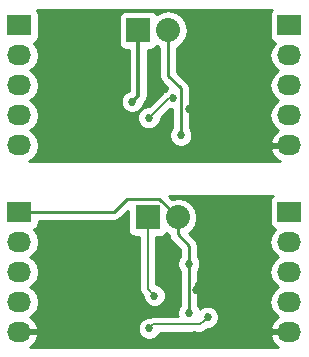
<source format=gbl>
%TF.GenerationSoftware,KiCad,Pcbnew,4.0.4+e1-6308~48~ubuntu16.04.1-stable*%
%TF.CreationDate,2017-01-02T12:50:36-08:00*%
%TF.ProjectId,mpu9250-breakout,6D7075393235302D627265616B6F7574,v1.0*%
%TF.FileFunction,Copper,L2,Bot,Signal*%
%FSLAX46Y46*%
G04 Gerber Fmt 4.6, Leading zero omitted, Abs format (unit mm)*
G04 Created by KiCad (PCBNEW 4.0.4+e1-6308~48~ubuntu16.04.1-stable) date Mon Jan  2 12:50:36 2017*
%MOMM*%
%LPD*%
G01*
G04 APERTURE LIST*
%ADD10C,0.350000*%
%ADD11R,2.032000X1.727200*%
%ADD12O,2.032000X1.727200*%
%ADD13R,2.032000X2.032000*%
%ADD14O,2.032000X2.032000*%
%ADD15C,0.685800*%
%ADD16C,0.254000*%
%ADD17C,0.152400*%
%ADD18C,0.330200*%
%ADD19C,0.330200*%
%ADD20C,0.350000*%
G04 APERTURE END LIST*
D10*
D11*
X132588000Y-93472000D03*
D12*
X132588000Y-96012000D03*
X132588000Y-98552000D03*
X132588000Y-101092000D03*
X132588000Y-103632000D03*
D11*
X155448000Y-93472000D03*
D12*
X155448000Y-96012000D03*
X155448000Y-98552000D03*
X155448000Y-101092000D03*
X155448000Y-103632000D03*
D13*
X142646400Y-93878400D03*
D14*
X145186400Y-93878400D03*
D11*
X155448000Y-109263201D03*
D12*
X155448000Y-111803201D03*
X155448000Y-114343201D03*
X155448000Y-116883201D03*
X155448000Y-119423201D03*
D11*
X132588000Y-109263201D03*
D12*
X132588000Y-111803201D03*
X132588000Y-114343201D03*
X132588000Y-116883201D03*
X132588000Y-119423201D03*
D13*
X143446500Y-109728000D03*
D14*
X145986500Y-109728000D03*
D15*
X146932252Y-113665000D03*
X146932252Y-117812607D03*
X146259493Y-102763651D03*
X148526500Y-118173490D03*
X143573500Y-119126000D03*
X145615170Y-99598913D03*
X143560800Y-101295200D03*
X138557000Y-113030000D03*
X138811000Y-110490000D03*
X148336000Y-112966500D03*
X145445495Y-114252243D03*
X147461324Y-119684821D03*
X147554562Y-115865414D03*
X148590000Y-117094000D03*
X140716000Y-116840000D03*
X144945110Y-98897023D03*
X148234400Y-101904800D03*
X146913600Y-104546400D03*
X140462000Y-102057200D03*
X146964400Y-100584000D03*
X142138400Y-99923600D03*
X144029000Y-116343000D03*
D16*
X146932252Y-112110592D02*
X146932252Y-113665000D01*
X146932252Y-113665000D02*
X146932252Y-117812607D01*
X145986500Y-109728000D02*
X145986500Y-111164840D01*
X145986500Y-111164840D02*
X146932252Y-112110592D01*
X141732000Y-108140500D02*
X144399000Y-108140500D01*
X144399000Y-108140500D02*
X145986500Y-109728000D01*
X140609299Y-109263201D02*
X141732000Y-108140500D01*
X132588000Y-109263201D02*
X140609299Y-109263201D01*
X145186400Y-97739200D02*
X146151600Y-98704400D01*
X146151600Y-98704400D02*
X146253200Y-98806000D01*
X146259493Y-102763651D02*
X146259493Y-98812293D01*
D17*
X146259493Y-98812293D02*
X146151600Y-98704400D01*
D16*
X145186400Y-93878400D02*
X145186400Y-97739200D01*
D17*
X143573500Y-119126000D02*
X143916399Y-118783101D01*
X143916399Y-118783101D02*
X147916889Y-118783101D01*
X148183601Y-118516389D02*
X148526500Y-118173490D01*
X147916889Y-118783101D02*
X148183601Y-118516389D01*
X143560800Y-101295200D02*
X145257087Y-99598913D01*
X145257087Y-99598913D02*
X145615170Y-99598913D01*
X140716000Y-115189000D02*
X138557000Y-113030000D01*
X140716000Y-116840000D02*
X140716000Y-115189000D01*
X140373101Y-112052101D02*
X138811000Y-110490000D01*
X140716000Y-116840000D02*
X140373101Y-116497101D01*
X140373101Y-116497101D02*
X140373101Y-112052101D01*
X148336000Y-114599043D02*
X148336000Y-112966500D01*
X147554562Y-115865414D02*
X147554562Y-115380481D01*
X147554562Y-115380481D02*
X148336000Y-114599043D01*
D18*
X142646400Y-99415600D02*
X142138400Y-99923600D01*
X142646400Y-93878400D02*
X142646400Y-99415600D01*
D17*
X143446500Y-109728000D02*
X143446500Y-115760500D01*
X143446500Y-115760500D02*
X144029000Y-116343000D01*
D16*
G36*
X153835569Y-92356510D02*
X153784560Y-92608400D01*
X153784560Y-94335600D01*
X153828838Y-94570917D01*
X153967910Y-94787041D01*
X154180110Y-94932031D01*
X154221439Y-94940400D01*
X154203585Y-94952330D01*
X153878729Y-95438511D01*
X153764655Y-96012000D01*
X153878729Y-96585489D01*
X154203585Y-97071670D01*
X154518366Y-97282000D01*
X154203585Y-97492330D01*
X153878729Y-97978511D01*
X153764655Y-98552000D01*
X153878729Y-99125489D01*
X154203585Y-99611670D01*
X154518366Y-99822000D01*
X154203585Y-100032330D01*
X153878729Y-100518511D01*
X153764655Y-101092000D01*
X153878729Y-101665489D01*
X154203585Y-102151670D01*
X154513069Y-102358461D01*
X154097268Y-102729964D01*
X153843291Y-103257209D01*
X153840642Y-103272974D01*
X153961783Y-103505000D01*
X155321000Y-103505000D01*
X155321000Y-103485000D01*
X155575000Y-103485000D01*
X155575000Y-103505000D01*
X155595000Y-103505000D01*
X155595000Y-103759000D01*
X155575000Y-103759000D01*
X155575000Y-103779000D01*
X155321000Y-103779000D01*
X155321000Y-103759000D01*
X153961783Y-103759000D01*
X153840642Y-103991026D01*
X153843291Y-104006791D01*
X154097268Y-104534036D01*
X154533680Y-104923954D01*
X154616145Y-104952800D01*
X133441607Y-104952800D01*
X133832415Y-104691670D01*
X134157271Y-104205489D01*
X134271345Y-103632000D01*
X134157271Y-103058511D01*
X133832415Y-102572330D01*
X133517634Y-102362000D01*
X133832415Y-102151670D01*
X134157271Y-101665489D01*
X134271345Y-101092000D01*
X134157271Y-100518511D01*
X133832415Y-100032330D01*
X133517634Y-99822000D01*
X133832415Y-99611670D01*
X134157271Y-99125489D01*
X134271345Y-98552000D01*
X134157271Y-97978511D01*
X133832415Y-97492330D01*
X133517634Y-97282000D01*
X133832415Y-97071670D01*
X134157271Y-96585489D01*
X134271345Y-96012000D01*
X134157271Y-95438511D01*
X133832415Y-94952330D01*
X133818087Y-94942757D01*
X133839317Y-94938762D01*
X134055441Y-94799690D01*
X134200431Y-94587490D01*
X134251440Y-94335600D01*
X134251440Y-92862400D01*
X140982960Y-92862400D01*
X140982960Y-94894400D01*
X141027238Y-95129717D01*
X141166310Y-95345841D01*
X141378510Y-95490831D01*
X141630400Y-95541840D01*
X141846300Y-95541840D01*
X141846300Y-98986204D01*
X141585188Y-99094093D01*
X141309860Y-99368941D01*
X141160670Y-99728230D01*
X141160331Y-100117263D01*
X141308893Y-100476812D01*
X141583741Y-100752140D01*
X141943030Y-100901330D01*
X142332063Y-100901669D01*
X142691612Y-100753107D01*
X142966940Y-100478259D01*
X143116130Y-100118970D01*
X143116166Y-100077346D01*
X143212156Y-99981356D01*
X143385596Y-99721785D01*
X143407499Y-99611670D01*
X143446500Y-99415600D01*
X143446500Y-95541840D01*
X143662400Y-95541840D01*
X143897717Y-95497562D01*
X144113841Y-95358490D01*
X144215598Y-95209563D01*
X144424400Y-95349080D01*
X144424400Y-97739200D01*
X144482404Y-98030805D01*
X144596463Y-98201506D01*
X144647585Y-98278015D01*
X145116457Y-98746887D01*
X145061958Y-98769406D01*
X144786630Y-99044254D01*
X144769337Y-99085900D01*
X144754193Y-99096019D01*
X143532937Y-100317275D01*
X143367137Y-100317131D01*
X143007588Y-100465693D01*
X142732260Y-100740541D01*
X142583070Y-101099830D01*
X142582731Y-101488863D01*
X142731293Y-101848412D01*
X143006141Y-102123740D01*
X143365430Y-102272930D01*
X143754463Y-102273269D01*
X144114012Y-102124707D01*
X144389340Y-101849859D01*
X144538530Y-101490570D01*
X144538676Y-101323112D01*
X145324653Y-100537135D01*
X145419800Y-100576643D01*
X145497493Y-100576711D01*
X145497493Y-102142568D01*
X145430953Y-102208992D01*
X145281763Y-102568281D01*
X145281424Y-102957314D01*
X145429986Y-103316863D01*
X145704834Y-103592191D01*
X146064123Y-103741381D01*
X146453156Y-103741720D01*
X146812705Y-103593158D01*
X147088033Y-103318310D01*
X147237223Y-102959021D01*
X147237562Y-102569988D01*
X147089000Y-102210439D01*
X147021493Y-102142814D01*
X147021493Y-98812293D01*
X146963489Y-98520688D01*
X146798308Y-98273478D01*
X146794536Y-98270957D01*
X146792015Y-98267185D01*
X145948400Y-97423570D01*
X145948400Y-95349080D01*
X146353833Y-95078178D01*
X146711725Y-94542555D01*
X146837400Y-93910745D01*
X146837400Y-93846055D01*
X146711725Y-93214245D01*
X146353833Y-92678622D01*
X145818210Y-92320730D01*
X145186400Y-92195055D01*
X144554590Y-92320730D01*
X144214608Y-92547899D01*
X144126490Y-92410959D01*
X143914290Y-92265969D01*
X143662400Y-92214960D01*
X141630400Y-92214960D01*
X141395083Y-92259238D01*
X141178959Y-92398310D01*
X141033969Y-92610510D01*
X140982960Y-92862400D01*
X134251440Y-92862400D01*
X134251440Y-92608400D01*
X134207162Y-92373083D01*
X134068090Y-92156959D01*
X134059661Y-92151200D01*
X153975851Y-92151200D01*
X153835569Y-92356510D01*
X153835569Y-92356510D01*
G37*
X153835569Y-92356510D02*
X153784560Y-92608400D01*
X153784560Y-94335600D01*
X153828838Y-94570917D01*
X153967910Y-94787041D01*
X154180110Y-94932031D01*
X154221439Y-94940400D01*
X154203585Y-94952330D01*
X153878729Y-95438511D01*
X153764655Y-96012000D01*
X153878729Y-96585489D01*
X154203585Y-97071670D01*
X154518366Y-97282000D01*
X154203585Y-97492330D01*
X153878729Y-97978511D01*
X153764655Y-98552000D01*
X153878729Y-99125489D01*
X154203585Y-99611670D01*
X154518366Y-99822000D01*
X154203585Y-100032330D01*
X153878729Y-100518511D01*
X153764655Y-101092000D01*
X153878729Y-101665489D01*
X154203585Y-102151670D01*
X154513069Y-102358461D01*
X154097268Y-102729964D01*
X153843291Y-103257209D01*
X153840642Y-103272974D01*
X153961783Y-103505000D01*
X155321000Y-103505000D01*
X155321000Y-103485000D01*
X155575000Y-103485000D01*
X155575000Y-103505000D01*
X155595000Y-103505000D01*
X155595000Y-103759000D01*
X155575000Y-103759000D01*
X155575000Y-103779000D01*
X155321000Y-103779000D01*
X155321000Y-103759000D01*
X153961783Y-103759000D01*
X153840642Y-103991026D01*
X153843291Y-104006791D01*
X154097268Y-104534036D01*
X154533680Y-104923954D01*
X154616145Y-104952800D01*
X133441607Y-104952800D01*
X133832415Y-104691670D01*
X134157271Y-104205489D01*
X134271345Y-103632000D01*
X134157271Y-103058511D01*
X133832415Y-102572330D01*
X133517634Y-102362000D01*
X133832415Y-102151670D01*
X134157271Y-101665489D01*
X134271345Y-101092000D01*
X134157271Y-100518511D01*
X133832415Y-100032330D01*
X133517634Y-99822000D01*
X133832415Y-99611670D01*
X134157271Y-99125489D01*
X134271345Y-98552000D01*
X134157271Y-97978511D01*
X133832415Y-97492330D01*
X133517634Y-97282000D01*
X133832415Y-97071670D01*
X134157271Y-96585489D01*
X134271345Y-96012000D01*
X134157271Y-95438511D01*
X133832415Y-94952330D01*
X133818087Y-94942757D01*
X133839317Y-94938762D01*
X134055441Y-94799690D01*
X134200431Y-94587490D01*
X134251440Y-94335600D01*
X134251440Y-92862400D01*
X140982960Y-92862400D01*
X140982960Y-94894400D01*
X141027238Y-95129717D01*
X141166310Y-95345841D01*
X141378510Y-95490831D01*
X141630400Y-95541840D01*
X141846300Y-95541840D01*
X141846300Y-98986204D01*
X141585188Y-99094093D01*
X141309860Y-99368941D01*
X141160670Y-99728230D01*
X141160331Y-100117263D01*
X141308893Y-100476812D01*
X141583741Y-100752140D01*
X141943030Y-100901330D01*
X142332063Y-100901669D01*
X142691612Y-100753107D01*
X142966940Y-100478259D01*
X143116130Y-100118970D01*
X143116166Y-100077346D01*
X143212156Y-99981356D01*
X143385596Y-99721785D01*
X143407499Y-99611670D01*
X143446500Y-99415600D01*
X143446500Y-95541840D01*
X143662400Y-95541840D01*
X143897717Y-95497562D01*
X144113841Y-95358490D01*
X144215598Y-95209563D01*
X144424400Y-95349080D01*
X144424400Y-97739200D01*
X144482404Y-98030805D01*
X144596463Y-98201506D01*
X144647585Y-98278015D01*
X145116457Y-98746887D01*
X145061958Y-98769406D01*
X144786630Y-99044254D01*
X144769337Y-99085900D01*
X144754193Y-99096019D01*
X143532937Y-100317275D01*
X143367137Y-100317131D01*
X143007588Y-100465693D01*
X142732260Y-100740541D01*
X142583070Y-101099830D01*
X142582731Y-101488863D01*
X142731293Y-101848412D01*
X143006141Y-102123740D01*
X143365430Y-102272930D01*
X143754463Y-102273269D01*
X144114012Y-102124707D01*
X144389340Y-101849859D01*
X144538530Y-101490570D01*
X144538676Y-101323112D01*
X145324653Y-100537135D01*
X145419800Y-100576643D01*
X145497493Y-100576711D01*
X145497493Y-102142568D01*
X145430953Y-102208992D01*
X145281763Y-102568281D01*
X145281424Y-102957314D01*
X145429986Y-103316863D01*
X145704834Y-103592191D01*
X146064123Y-103741381D01*
X146453156Y-103741720D01*
X146812705Y-103593158D01*
X147088033Y-103318310D01*
X147237223Y-102959021D01*
X147237562Y-102569988D01*
X147089000Y-102210439D01*
X147021493Y-102142814D01*
X147021493Y-98812293D01*
X146963489Y-98520688D01*
X146798308Y-98273478D01*
X146794536Y-98270957D01*
X146792015Y-98267185D01*
X145948400Y-97423570D01*
X145948400Y-95349080D01*
X146353833Y-95078178D01*
X146711725Y-94542555D01*
X146837400Y-93910745D01*
X146837400Y-93846055D01*
X146711725Y-93214245D01*
X146353833Y-92678622D01*
X145818210Y-92320730D01*
X145186400Y-92195055D01*
X144554590Y-92320730D01*
X144214608Y-92547899D01*
X144126490Y-92410959D01*
X143914290Y-92265969D01*
X143662400Y-92214960D01*
X141630400Y-92214960D01*
X141395083Y-92259238D01*
X141178959Y-92398310D01*
X141033969Y-92610510D01*
X140982960Y-92862400D01*
X134251440Y-92862400D01*
X134251440Y-92608400D01*
X134207162Y-92373083D01*
X134068090Y-92156959D01*
X134059661Y-92151200D01*
X153975851Y-92151200D01*
X153835569Y-92356510D01*
G36*
X153980559Y-107935511D02*
X153835569Y-108147711D01*
X153784560Y-108399601D01*
X153784560Y-110126801D01*
X153828838Y-110362118D01*
X153967910Y-110578242D01*
X154180110Y-110723232D01*
X154221439Y-110731601D01*
X154203585Y-110743531D01*
X153878729Y-111229712D01*
X153764655Y-111803201D01*
X153878729Y-112376690D01*
X154203585Y-112862871D01*
X154518366Y-113073201D01*
X154203585Y-113283531D01*
X153878729Y-113769712D01*
X153764655Y-114343201D01*
X153878729Y-114916690D01*
X154203585Y-115402871D01*
X154518366Y-115613201D01*
X154203585Y-115823531D01*
X153878729Y-116309712D01*
X153764655Y-116883201D01*
X153878729Y-117456690D01*
X154203585Y-117942871D01*
X154513069Y-118149662D01*
X154097268Y-118521165D01*
X153843291Y-119048410D01*
X153840642Y-119064175D01*
X153961783Y-119296201D01*
X155321000Y-119296201D01*
X155321000Y-119276201D01*
X155575000Y-119276201D01*
X155575000Y-119296201D01*
X155595000Y-119296201D01*
X155595000Y-119550201D01*
X155575000Y-119550201D01*
X155575000Y-119570201D01*
X155321000Y-119570201D01*
X155321000Y-119550201D01*
X153961783Y-119550201D01*
X153840642Y-119782227D01*
X153843291Y-119797992D01*
X154097268Y-120325237D01*
X154517613Y-120700800D01*
X133518387Y-120700800D01*
X133938732Y-120325237D01*
X134192709Y-119797992D01*
X134195358Y-119782227D01*
X134074217Y-119550201D01*
X132715000Y-119550201D01*
X132715000Y-119570201D01*
X132461000Y-119570201D01*
X132461000Y-119550201D01*
X132441000Y-119550201D01*
X132441000Y-119296201D01*
X132461000Y-119296201D01*
X132461000Y-119276201D01*
X132715000Y-119276201D01*
X132715000Y-119296201D01*
X134074217Y-119296201D01*
X134195358Y-119064175D01*
X134192709Y-119048410D01*
X133938732Y-118521165D01*
X133522931Y-118149662D01*
X133832415Y-117942871D01*
X134157271Y-117456690D01*
X134271345Y-116883201D01*
X134157271Y-116309712D01*
X133832415Y-115823531D01*
X133517634Y-115613201D01*
X133832415Y-115402871D01*
X134157271Y-114916690D01*
X134271345Y-114343201D01*
X134157271Y-113769712D01*
X133832415Y-113283531D01*
X133517634Y-113073201D01*
X133832415Y-112862871D01*
X134157271Y-112376690D01*
X134271345Y-111803201D01*
X134157271Y-111229712D01*
X133832415Y-110743531D01*
X133818087Y-110733958D01*
X133839317Y-110729963D01*
X134055441Y-110590891D01*
X134200431Y-110378691D01*
X134251440Y-110126801D01*
X134251440Y-110025201D01*
X140609299Y-110025201D01*
X140900904Y-109967197D01*
X141148114Y-109802016D01*
X141783060Y-109167070D01*
X141783060Y-110744000D01*
X141827338Y-110979317D01*
X141966410Y-111195441D01*
X142178610Y-111340431D01*
X142430500Y-111391440D01*
X142735300Y-111391440D01*
X142735300Y-115760500D01*
X142789437Y-116032665D01*
X142943606Y-116263394D01*
X143051075Y-116370864D01*
X143050931Y-116536663D01*
X143199493Y-116896212D01*
X143474341Y-117171540D01*
X143833630Y-117320730D01*
X144222663Y-117321069D01*
X144582212Y-117172507D01*
X144857540Y-116897659D01*
X145006730Y-116538370D01*
X145007069Y-116149337D01*
X144858507Y-115789788D01*
X144583659Y-115514460D01*
X144224370Y-115365270D01*
X144157700Y-115365212D01*
X144157700Y-111391440D01*
X144462500Y-111391440D01*
X144697817Y-111347162D01*
X144913941Y-111208090D01*
X145015698Y-111059163D01*
X145232263Y-111203867D01*
X145282504Y-111456445D01*
X145359566Y-111571776D01*
X145447685Y-111703655D01*
X146170252Y-112426223D01*
X146170252Y-113043917D01*
X146103712Y-113110341D01*
X145954522Y-113469630D01*
X145954183Y-113858663D01*
X146102745Y-114218212D01*
X146170252Y-114285837D01*
X146170252Y-117191524D01*
X146103712Y-117257948D01*
X145954522Y-117617237D01*
X145954183Y-118006270D01*
X145981301Y-118071901D01*
X143916399Y-118071901D01*
X143644235Y-118126038D01*
X143611168Y-118148133D01*
X143379837Y-118147931D01*
X143020288Y-118296493D01*
X142744960Y-118571341D01*
X142595770Y-118930630D01*
X142595431Y-119319663D01*
X142743993Y-119679212D01*
X143018841Y-119954540D01*
X143378130Y-120103730D01*
X143767163Y-120104069D01*
X144126712Y-119955507D01*
X144402040Y-119680659D01*
X144479423Y-119494301D01*
X147916889Y-119494301D01*
X148189054Y-119440164D01*
X148419783Y-119285995D01*
X148554364Y-119151415D01*
X148720163Y-119151559D01*
X149079712Y-119002997D01*
X149355040Y-118728149D01*
X149504230Y-118368860D01*
X149504569Y-117979827D01*
X149356007Y-117620278D01*
X149081159Y-117344950D01*
X148721870Y-117195760D01*
X148332837Y-117195421D01*
X147973288Y-117343983D01*
X147848274Y-117468779D01*
X147761759Y-117259395D01*
X147694252Y-117191770D01*
X147694252Y-114286083D01*
X147760792Y-114219659D01*
X147909982Y-113860370D01*
X147910321Y-113471337D01*
X147761759Y-113111788D01*
X147694252Y-113044163D01*
X147694252Y-112110592D01*
X147636248Y-111818987D01*
X147625700Y-111803201D01*
X147471067Y-111571776D01*
X146957992Y-111058702D01*
X147153933Y-110927778D01*
X147511825Y-110392155D01*
X147637500Y-109760345D01*
X147637500Y-109695655D01*
X147511825Y-109063845D01*
X147153933Y-108528222D01*
X146618310Y-108170330D01*
X145986500Y-108044655D01*
X145481280Y-108145150D01*
X145235330Y-107899200D01*
X154036988Y-107899200D01*
X153980559Y-107935511D01*
X153980559Y-107935511D01*
G37*
X153980559Y-107935511D02*
X153835569Y-108147711D01*
X153784560Y-108399601D01*
X153784560Y-110126801D01*
X153828838Y-110362118D01*
X153967910Y-110578242D01*
X154180110Y-110723232D01*
X154221439Y-110731601D01*
X154203585Y-110743531D01*
X153878729Y-111229712D01*
X153764655Y-111803201D01*
X153878729Y-112376690D01*
X154203585Y-112862871D01*
X154518366Y-113073201D01*
X154203585Y-113283531D01*
X153878729Y-113769712D01*
X153764655Y-114343201D01*
X153878729Y-114916690D01*
X154203585Y-115402871D01*
X154518366Y-115613201D01*
X154203585Y-115823531D01*
X153878729Y-116309712D01*
X153764655Y-116883201D01*
X153878729Y-117456690D01*
X154203585Y-117942871D01*
X154513069Y-118149662D01*
X154097268Y-118521165D01*
X153843291Y-119048410D01*
X153840642Y-119064175D01*
X153961783Y-119296201D01*
X155321000Y-119296201D01*
X155321000Y-119276201D01*
X155575000Y-119276201D01*
X155575000Y-119296201D01*
X155595000Y-119296201D01*
X155595000Y-119550201D01*
X155575000Y-119550201D01*
X155575000Y-119570201D01*
X155321000Y-119570201D01*
X155321000Y-119550201D01*
X153961783Y-119550201D01*
X153840642Y-119782227D01*
X153843291Y-119797992D01*
X154097268Y-120325237D01*
X154517613Y-120700800D01*
X133518387Y-120700800D01*
X133938732Y-120325237D01*
X134192709Y-119797992D01*
X134195358Y-119782227D01*
X134074217Y-119550201D01*
X132715000Y-119550201D01*
X132715000Y-119570201D01*
X132461000Y-119570201D01*
X132461000Y-119550201D01*
X132441000Y-119550201D01*
X132441000Y-119296201D01*
X132461000Y-119296201D01*
X132461000Y-119276201D01*
X132715000Y-119276201D01*
X132715000Y-119296201D01*
X134074217Y-119296201D01*
X134195358Y-119064175D01*
X134192709Y-119048410D01*
X133938732Y-118521165D01*
X133522931Y-118149662D01*
X133832415Y-117942871D01*
X134157271Y-117456690D01*
X134271345Y-116883201D01*
X134157271Y-116309712D01*
X133832415Y-115823531D01*
X133517634Y-115613201D01*
X133832415Y-115402871D01*
X134157271Y-114916690D01*
X134271345Y-114343201D01*
X134157271Y-113769712D01*
X133832415Y-113283531D01*
X133517634Y-113073201D01*
X133832415Y-112862871D01*
X134157271Y-112376690D01*
X134271345Y-111803201D01*
X134157271Y-111229712D01*
X133832415Y-110743531D01*
X133818087Y-110733958D01*
X133839317Y-110729963D01*
X134055441Y-110590891D01*
X134200431Y-110378691D01*
X134251440Y-110126801D01*
X134251440Y-110025201D01*
X140609299Y-110025201D01*
X140900904Y-109967197D01*
X141148114Y-109802016D01*
X141783060Y-109167070D01*
X141783060Y-110744000D01*
X141827338Y-110979317D01*
X141966410Y-111195441D01*
X142178610Y-111340431D01*
X142430500Y-111391440D01*
X142735300Y-111391440D01*
X142735300Y-115760500D01*
X142789437Y-116032665D01*
X142943606Y-116263394D01*
X143051075Y-116370864D01*
X143050931Y-116536663D01*
X143199493Y-116896212D01*
X143474341Y-117171540D01*
X143833630Y-117320730D01*
X144222663Y-117321069D01*
X144582212Y-117172507D01*
X144857540Y-116897659D01*
X145006730Y-116538370D01*
X145007069Y-116149337D01*
X144858507Y-115789788D01*
X144583659Y-115514460D01*
X144224370Y-115365270D01*
X144157700Y-115365212D01*
X144157700Y-111391440D01*
X144462500Y-111391440D01*
X144697817Y-111347162D01*
X144913941Y-111208090D01*
X145015698Y-111059163D01*
X145232263Y-111203867D01*
X145282504Y-111456445D01*
X145359566Y-111571776D01*
X145447685Y-111703655D01*
X146170252Y-112426223D01*
X146170252Y-113043917D01*
X146103712Y-113110341D01*
X145954522Y-113469630D01*
X145954183Y-113858663D01*
X146102745Y-114218212D01*
X146170252Y-114285837D01*
X146170252Y-117191524D01*
X146103712Y-117257948D01*
X145954522Y-117617237D01*
X145954183Y-118006270D01*
X145981301Y-118071901D01*
X143916399Y-118071901D01*
X143644235Y-118126038D01*
X143611168Y-118148133D01*
X143379837Y-118147931D01*
X143020288Y-118296493D01*
X142744960Y-118571341D01*
X142595770Y-118930630D01*
X142595431Y-119319663D01*
X142743993Y-119679212D01*
X143018841Y-119954540D01*
X143378130Y-120103730D01*
X143767163Y-120104069D01*
X144126712Y-119955507D01*
X144402040Y-119680659D01*
X144479423Y-119494301D01*
X147916889Y-119494301D01*
X148189054Y-119440164D01*
X148419783Y-119285995D01*
X148554364Y-119151415D01*
X148720163Y-119151559D01*
X149079712Y-119002997D01*
X149355040Y-118728149D01*
X149504230Y-118368860D01*
X149504569Y-117979827D01*
X149356007Y-117620278D01*
X149081159Y-117344950D01*
X148721870Y-117195760D01*
X148332837Y-117195421D01*
X147973288Y-117343983D01*
X147848274Y-117468779D01*
X147761759Y-117259395D01*
X147694252Y-117191770D01*
X147694252Y-114286083D01*
X147760792Y-114219659D01*
X147909982Y-113860370D01*
X147910321Y-113471337D01*
X147761759Y-113111788D01*
X147694252Y-113044163D01*
X147694252Y-112110592D01*
X147636248Y-111818987D01*
X147625700Y-111803201D01*
X147471067Y-111571776D01*
X146957992Y-111058702D01*
X147153933Y-110927778D01*
X147511825Y-110392155D01*
X147637500Y-109760345D01*
X147637500Y-109695655D01*
X147511825Y-109063845D01*
X147153933Y-108528222D01*
X146618310Y-108170330D01*
X145986500Y-108044655D01*
X145481280Y-108145150D01*
X145235330Y-107899200D01*
X154036988Y-107899200D01*
X153980559Y-107935511D01*
D19*
X146932252Y-113665000D03*
X146932252Y-117812607D03*
X146259493Y-102763651D03*
X148526500Y-118173490D03*
X143573500Y-119126000D03*
X145615170Y-99598913D03*
X143560800Y-101295200D03*
X138557000Y-113030000D03*
X138811000Y-110490000D03*
X148336000Y-112966500D03*
X145445495Y-114252243D03*
X147461324Y-119684821D03*
X147554562Y-115865414D03*
X148590000Y-117094000D03*
X140716000Y-116840000D03*
X144945110Y-98897023D03*
X148234400Y-101904800D03*
X146913600Y-104546400D03*
X140462000Y-102057200D03*
X146964400Y-100584000D03*
X142138400Y-99923600D03*
X144029000Y-116343000D03*
D20*
X132588000Y-93472000D03*
X132588000Y-96012000D03*
X132588000Y-98552000D03*
X132588000Y-101092000D03*
X132588000Y-103632000D03*
X155448000Y-93472000D03*
X155448000Y-96012000D03*
X155448000Y-98552000D03*
X155448000Y-101092000D03*
X155448000Y-103632000D03*
X142646400Y-93878400D03*
X145186400Y-93878400D03*
X155448000Y-109263201D03*
X155448000Y-111803201D03*
X155448000Y-114343201D03*
X155448000Y-116883201D03*
X155448000Y-119423201D03*
X132588000Y-109263201D03*
X132588000Y-111803201D03*
X132588000Y-114343201D03*
X132588000Y-116883201D03*
X132588000Y-119423201D03*
X143446500Y-109728000D03*
X145986500Y-109728000D03*
M02*

</source>
